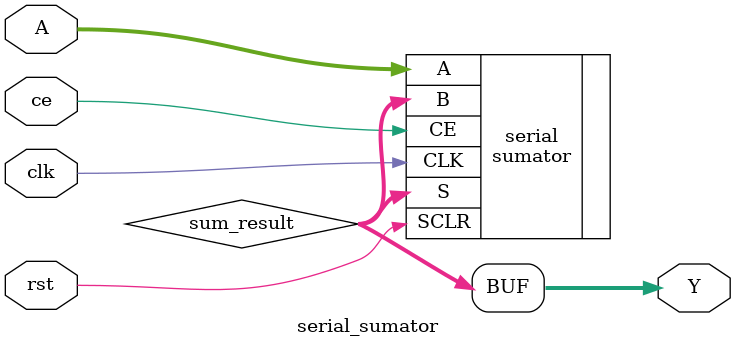
<source format=v>
`timescale 1ns / 1ps


module serial_sumator(
        input clk,
        input rst,
        input ce,
        input [12:0]A,
        output [20:0]Y
    );
    wire [20:0]sum_result;
    
        sumator serial(
            .A(A),
            .B(sum_result),
            .CE(ce),
            .CLK(clk),
            .S(sum_result),
            .SCLR(rst)
        );
    assign Y=sum_result;
endmodule

</source>
